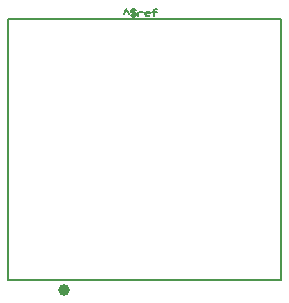
<source format=gbr>
%MOMM*%
%FSDAN2X34Y34*%
%AMROTREC*4,1,5,$1,$2,$3,$4,$5,$6,$7,$8,$9,$10,$11,$12,$13*%
%ADD10C,0.0254000*%
%ADD11C,0.1500000*%
%ADD12C,0.7200000*%
%ADD13C,0.8000000*%
%ADD14C,0.9000000*%
%ADD15C,1.0000000*%
%ADD16C,1.1000000*%
%ADD17R,0.9200000X0.4200000*%
%ADD18R,1.0000000X0.5000000*%
%ADD19R,1.1000000X0.6000000*%
%ADD20R,0.4200000X0.9200000*%
%ADD21R,0.5000000X1.0000000*%
%ADD22R,0.9000000X1.0000000*%
%ADD23R,1.0000000X1.0000000*%
%ADD24R,0.6000000X1.1000000*%
%ADD25R,1.0000000X1.1000000*%
%ADD26R,1.1000000X1.1000000*%
%ADD27R,14.0000000X11.5000000*%
G90*G71*G01*D02*G54D15*X-0068000Y-0119000D03*G54D11*X-0115750Y0110750D02*
X0115750D01*Y-0110750*X-0115750*Y0110750*X-0017500Y0114750D02*
X-0015295Y0118750D01*X-0013000Y0114750*X-0007000Y0117659D02*
X-0007675Y0118296D01*X-0008620Y0118568*X-0009925*X-0010870Y0118205*
X-0011500Y0117659*Y0116932*X-0011185Y0116386*X-0010870Y0116114*
X-0010240Y0115841*X-0008305Y0115659*X-0007675Y0115386*X-0007360Y0115114*
X-0007000Y0114750*Y0113932*X-0007675Y0113205*X-0008620Y0112932*X-0009925*
X-0010870Y0113205*X-0011500Y0113750*X-0008620Y0119659D02*Y0111750D01*
X-0009925Y0119659D02*Y0111750D01*X-0005500Y0115023D02*X-0004960Y0115841D01*
X-0003835Y0116386*X-0002710Y0116659*X-0001000*X-0005500D02*Y0112750D01*
X0000500Y0115023D02*X0005000D01*Y0115568*X0004595Y0116114*X0004235Y0116386*
X0003470Y0116659*X0002345*X0001625Y0116386*X0000860Y0115841*X0000500Y0115023*
Y0114386*X0000860Y0113568*X0001625Y0113023*X0002345Y0112750*X0003470*
X0004235Y0113023*X0005000Y0113568*X0006500Y0116659D02*X0010415D01*
X0011000Y0118659D02*X0009830D01*X0008750Y0118386*X0008165Y0117568*Y0112750*M02*

</source>
